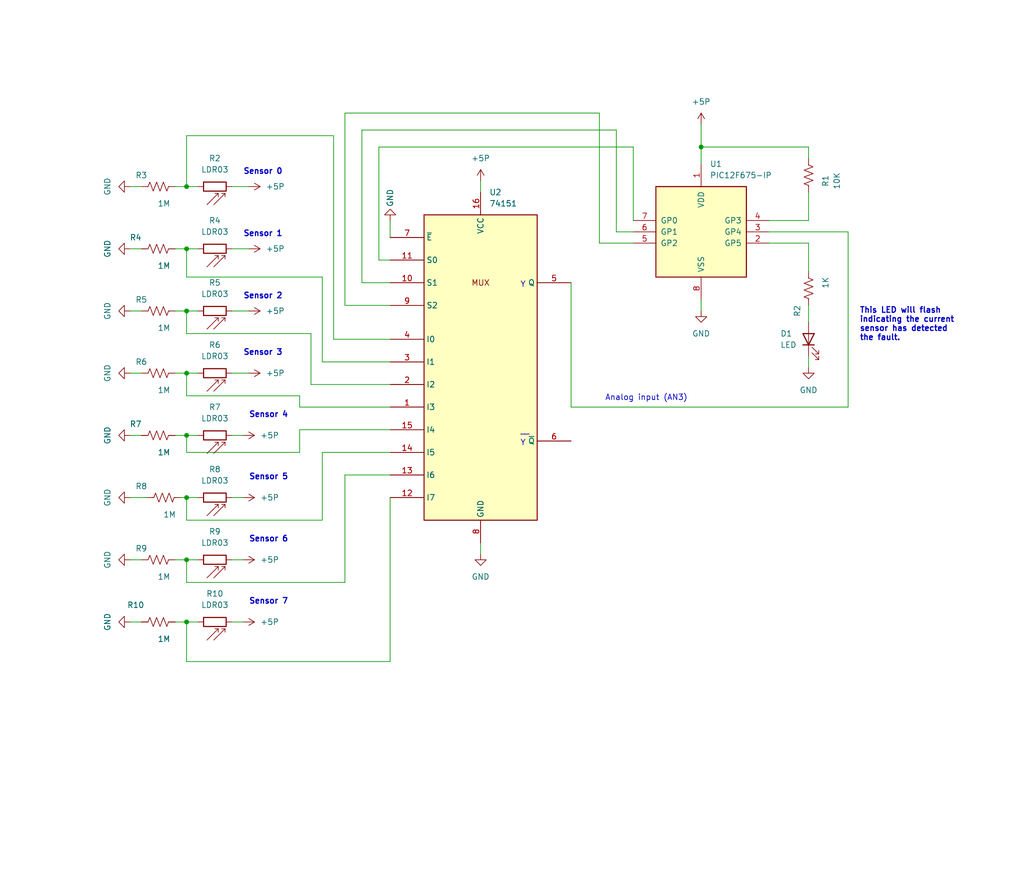
<source format=kicad_sch>
(kicad_sch (version 20230121) (generator eeschema)
  (paper "User" 229.997 199.009)
  (title_block (title "PIC12F675 and 74HC151 monitoring 8 sensors") (company "Ricardo Lima Caratti"))
  (lib_symbols
    (symbol "74xx_IEEE:74151"
      (property "Reference" "U" (at 10.16 35.56 0))
      (property "Value" "74151" (at 17.78 -40.64 0))
      (symbol "74151_0_0"
        (rectangle (start -12.7 33.02) (end 12.7 -35.56) (stroke (width 0.254)) (fill (type background)))
        (text "MUX" (at 0 17.78 0) (effects (font (size 1.27 1.27))))
        (pin power_in line (at 0 38.1 270) (length 5.08) (name "VCC") (number "16"))
        (pin power_in line (at 0 -40.64 90) (length 5.08) (name "GND") (number "8"))
      )
      (symbol "74151_1_1"
        (pin input line (at -20.32 -10.16 0) (length 7.62) (name "I3") (number "1"))
        (pin input line (at -20.32 17.78 0) (length 7.62) (name "S1") (number "10"))
        (pin input line (at -20.32 22.86 0) (length 7.62) (name "S0") (number "11"))
        (pin input line (at -20.32 -30.48 0) (length 7.62) (name "I7") (number "12"))
        (pin input line (at -20.32 -25.4 0) (length 7.62) (name "I6") (number "13"))
        (pin input line (at -20.32 -20.32 0) (length 7.62) (name "I5") (number "14"))
        (pin input line (at -20.32 -15.24 0) (length 7.62) (name "I4") (number "15"))
        (pin input line (at -20.32 -5.08 0) (length 7.62) (name "I2") (number "2"))
        (pin input line (at -20.32 0 0) (length 7.62) (name "I1") (number "3"))
        (pin input line (at -20.32 5.08 0) (length 7.62) (name "I0") (number "4"))
        (pin output line (at 20.32 17.78 180) (length 7.62) (name "Q") (number "5"))
        (pin output line (at 20.32 -17.78 180) (length 7.62) (name "~{Q}") (number "6"))
        (pin input line (at -20.32 27.94 0) (length 7.62) (name "~{E}") (number "7"))
        (pin input line (at -20.32 12.7 0) (length 7.62) (name "S2") (number "9"))
      )
    )
    (symbol "Device:LED" (pin_numbers hide) (pin_names (offset 1.016) hide)
      (property "Reference" "D" (at 0 2.54 0))
      (property "Value" "LED" (at 0 -2.54 0))
      (symbol "LED_0_1"
        (polyline (pts (xy -1.27 -1.27) (xy -1.27 1.27)) (stroke (width 0.254)))
        (polyline (pts (xy -1.27 0) (xy 1.27 0)))
        (polyline (pts (xy 1.27 -1.27) (xy 1.27 1.27) (xy -1.27 0) (xy 1.27 -1.27)) (stroke (width 0.254)))
        (polyline (pts (xy -3.048 -0.762) (xy -4.572 -2.286) (xy -3.81 -2.286) (xy -4.572 -2.286) (xy -4.572 -1.524)))
        (polyline (pts (xy -1.778 -0.762) (xy -3.302 -2.286) (xy -2.54 -2.286) (xy -3.302 -2.286) (xy -3.302 -1.524)))
      )
      (symbol "LED_1_1"
        (pin passive line (at -3.81 0 0) (length 2.54) (name "K") (number "1"))
        (pin passive line (at 3.81 0 180) (length 2.54) (name "A") (number "2"))
      )
    )
    (symbol "Device:R_US" (pin_numbers hide) (pin_names (offset 0))
      (property "Reference" "R" (at 2.54 0 90))
      (property "Value" "R_US" (at -2.54 0 90))
      (symbol "R_US_0_1"
        (polyline (pts (xy 0 -2.286) (xy 0 -2.54)))
        (polyline (pts (xy 0 2.286) (xy 0 2.54)))
        (polyline (pts (xy 0 -0.762) (xy 1.016 -1.143) (xy 0 -1.524) (xy -1.016 -1.905) (xy 0 -2.286)))
        (polyline (pts (xy 0 0.762) (xy 1.016 0.381) (xy 0 0) (xy -1.016 -0.381) (xy 0 -0.762)))
        (polyline (pts (xy 0 2.286) (xy 1.016 1.905) (xy 0 1.524) (xy -1.016 1.143) (xy 0 0.762)))
      )
      (symbol "R_US_1_1"
        (pin passive line (at 0 3.81 270) (length 1.27) (name "~") (number "1"))
        (pin passive line (at 0 -3.81 90) (length 1.27) (name "~") (number "2"))
      )
    )
    (symbol "MCU_Microchip_PIC12:PIC12F675-IP" (pin_names (offset 1.016))
      (property "Reference" "U" (at 1.27 13.97 0))
      (property "Value" "PIC12F675-IP" (at 1.27 11.43 0))
      (symbol "PIC12F675-IP_0_1"
        (rectangle (start 10.16 -10.16) (end -10.16 10.16) (stroke (width 0.254)) (fill (type background)))
      )
      (symbol "PIC12F675-IP_1_1"
        (pin power_in line (at 0 15.24 270) (length 5.08) (name "VDD") (number "1"))
        (pin bidirectional line (at 15.24 -2.54 180) (length 5.08) (name "GP5") (number "2"))
        (pin bidirectional line (at 15.24 0 180) (length 5.08) (name "GP4") (number "3"))
        (pin input line (at 15.24 2.54 180) (length 5.08) (name "GP3") (number "4"))
        (pin bidirectional line (at -15.24 -2.54 0) (length 5.08) (name "GP2") (number "5"))
        (pin bidirectional line (at -15.24 0 0) (length 5.08) (name "GP1") (number "6"))
        (pin bidirectional line (at -15.24 2.54 0) (length 5.08) (name "GP0") (number "7"))
        (pin power_in line (at 0 -15.24 90) (length 5.08) (name "VSS") (number "8"))
      )
    )
    (symbol "Sensor_Optical:LDR03" (pin_numbers hide) (pin_names (offset 0))
      (property "Reference" "R" (at -5.08 0 90))
      (property "Value" "LDR03" (at 1.905 0 90))
      (symbol "LDR03_0_1"
        (rectangle (start -1.016 2.54) (end 1.016 -2.54) (stroke (width 0.254)))
        (polyline (pts (xy -1.524 -2.286) (xy -4.064 0.254)))
        (polyline (pts (xy -1.524 -2.286) (xy -2.286 -2.286)))
        (polyline (pts (xy -1.524 -2.286) (xy -1.524 -1.524)))
        (polyline (pts (xy -1.524 -0.762) (xy -4.064 1.778)))
        (polyline (pts (xy -1.524 -0.762) (xy -2.286 -0.762)))
        (polyline (pts (xy -1.524 -0.762) (xy -1.524 0)))
      )
      (symbol "LDR03_1_1"
        (pin passive line (at 0 3.81 270) (length 1.27) (name "~") (number "1"))
        (pin passive line (at 0 -3.81 90) (length 1.27) (name "~") (number "2"))
      )
    )
    (symbol "power:+5P" (power) (pin_names (offset 0))
      (property "Value" "+5P" (at 0 3.556 0))
      (symbol "+5P_0_1"
        (polyline (pts (xy -0.762 1.27) (xy 0 2.54)))
        (polyline (pts (xy 0 0) (xy 0 2.54)))
        (polyline (pts (xy 0 2.54) (xy 0.762 1.27)))
      )
      (symbol "+5P_1_1"
        (pin power_in line (at 0 0 90) (length 0) hide (name "+5P") (number "1"))
      )
    )
    (symbol "power:GND" (power) (pin_names (offset 0))
      (property "Value" "GND" (at 0 -3.81 0))
      (symbol "GND_0_1"
        (polyline (pts (xy 0 0) (xy 0 -1.27) (xy 1.27 -1.27) (xy 0 -2.54) (xy -1.27 -1.27) (xy 0 -1.27)))
      )
      (symbol "GND_1_1"
        (pin power_in line (at 0 0 270) (length 0) hide (name "GND") (number "1"))
      )
    )
  )
  (junction (at 41.91 97.79))
  (junction (at 41.91 83.82))
  (junction (at 41.91 69.85))
  (junction (at 41.91 41.91))
  (junction (at 41.91 125.73))
  (junction (at 41.91 139.7))
  (junction (at 41.91 55.88))
  (junction (at 41.91 111.76))
  (junction (at 157.48 33.02))
  (wire (pts (xy 39.37 97.79) (xy 41.91 97.79)))
  (wire (pts (xy 69.85 86.36) (xy 69.85 74.93)))
  (wire (pts (xy 87.63 106.68) (xy 77.47 106.68)))
  (wire (pts (xy 41.91 139.7) (xy 44.45 139.7)))
  (wire (pts (xy 41.91 97.79) (xy 41.91 101.6)))
  (wire (pts (xy 87.63 86.36) (xy 69.85 86.36)))
  (wire (pts (xy 67.31 91.44) (xy 67.31 88.9)))
  (wire (pts (xy 74.93 76.2) (xy 74.93 30.48)))
  (wire (pts (xy 181.61 80.01) (xy 181.61 82.55)))
  (wire (pts (xy 39.37 125.73) (xy 41.91 125.73)))
  (wire (pts (xy 69.85 74.93) (xy 41.91 74.93)))
  (wire (pts (xy 41.91 125.73) (xy 44.45 125.73)))
  (wire (pts (xy 190.5 52.07) (xy 190.5 91.44)))
  (wire (pts (xy 41.91 62.23) (xy 41.91 55.88)))
  (wire (pts (xy 41.91 41.91) (xy 44.45 41.91)))
  (wire (pts (xy 87.63 49.53) (xy 87.63 53.34)))
  (wire (pts (xy 41.91 111.76) (xy 41.91 116.84)))
  (wire (pts (xy 72.39 116.84) (xy 41.91 116.84)))
  (wire (pts (xy 39.37 41.91) (xy 41.91 41.91)))
  (wire (pts (xy 29.21 41.91) (xy 31.75 41.91)))
  (wire (pts (xy 41.91 111.76) (xy 44.45 111.76)))
  (wire (pts (xy 67.31 101.6) (xy 41.91 101.6)))
  (wire (pts (xy 181.61 35.56) (xy 181.61 33.02)))
  (wire (pts (xy 172.72 49.53) (xy 181.61 49.53)))
  (wire (pts (xy 40.64 111.76) (xy 41.91 111.76)))
  (wire (pts (xy 52.07 139.7) (xy 54.61 139.7)))
  (wire (pts (xy 77.47 130.81) (xy 41.91 130.81)))
  (wire (pts (xy 181.61 68.58) (xy 181.61 72.39)))
  (wire (pts (xy 138.43 29.21) (xy 81.28 29.21)))
  (wire (pts (xy 29.21 55.88) (xy 31.75 55.88)))
  (wire (pts (xy 39.37 83.82) (xy 41.91 83.82)))
  (wire (pts (xy 41.91 83.82) (xy 44.45 83.82)))
  (wire (pts (xy 52.07 55.88) (xy 55.88 55.88)))
  (wire (pts (xy 39.37 69.85) (xy 41.91 69.85)))
  (wire (pts (xy 87.63 81.28) (xy 72.39 81.28)))
  (wire (pts (xy 52.07 111.76) (xy 54.61 111.76)))
  (wire (pts (xy 157.48 27.94) (xy 157.48 33.02)))
  (wire (pts (xy 87.63 63.5) (xy 81.28 63.5)))
  (wire (pts (xy 107.95 40.64) (xy 107.95 43.18)))
  (wire (pts (xy 41.91 74.93) (xy 41.91 69.85)))
  (wire (pts (xy 74.93 30.48) (xy 41.91 30.48)))
  (wire (pts (xy 29.21 69.85) (xy 31.75 69.85)))
  (wire (pts (xy 77.47 106.68) (xy 77.47 130.81)))
  (wire (pts (xy 41.91 69.85) (xy 44.45 69.85)))
  (wire (pts (xy 77.47 25.4) (xy 77.47 68.58)))
  (wire (pts (xy 134.62 54.61) (xy 134.62 25.4)))
  (wire (pts (xy 142.24 33.02) (xy 85.09 33.02)))
  (wire (pts (xy 39.37 139.7) (xy 41.91 139.7)))
  (wire (pts (xy 41.91 125.73) (xy 41.91 130.81)))
  (wire (pts (xy 138.43 52.07) (xy 138.43 29.21)))
  (wire (pts (xy 87.63 101.6) (xy 72.39 101.6)))
  (wire (pts (xy 87.63 76.2) (xy 74.93 76.2)))
  (wire (pts (xy 87.63 91.44) (xy 67.31 91.44)))
  (wire (pts (xy 41.91 30.48) (xy 41.91 41.91)))
  (wire (pts (xy 85.09 58.42) (xy 87.63 58.42)))
  (wire (pts (xy 142.24 49.53) (xy 142.24 33.02)))
  (wire (pts (xy 81.28 29.21) (xy 81.28 63.5)))
  (wire (pts (xy 107.95 121.92) (xy 107.95 124.46)))
  (wire (pts (xy 190.5 91.44) (xy 128.27 91.44)))
  (wire (pts (xy 128.27 63.5) (xy 128.27 91.44)))
  (wire (pts (xy 142.24 52.07) (xy 138.43 52.07)))
  (wire (pts (xy 41.91 55.88) (xy 44.45 55.88)))
  (wire (pts (xy 41.91 97.79) (xy 44.45 97.79)))
  (wire (pts (xy 157.48 67.31) (xy 157.48 69.85)))
  (wire (pts (xy 157.48 33.02) (xy 181.61 33.02)))
  (wire (pts (xy 29.21 139.7) (xy 31.75 139.7)))
  (wire (pts (xy 77.47 68.58) (xy 87.63 68.58)))
  (wire (pts (xy 52.07 41.91) (xy 55.88 41.91)))
  (wire (pts (xy 29.21 111.76) (xy 33.02 111.76)))
  (wire (pts (xy 72.39 101.6) (xy 72.39 116.84)))
  (wire (pts (xy 172.72 54.61) (xy 181.61 54.61)))
  (wire (pts (xy 52.07 69.85) (xy 55.88 69.85)))
  (wire (pts (xy 29.21 125.73) (xy 31.75 125.73)))
  (wire (pts (xy 72.39 62.23) (xy 41.91 62.23)))
  (wire (pts (xy 67.31 96.52) (xy 67.31 101.6)))
  (wire (pts (xy 52.07 83.82) (xy 55.88 83.82)))
  (wire (pts (xy 85.09 33.02) (xy 85.09 58.42)))
  (wire (pts (xy 157.48 33.02) (xy 157.48 36.83)))
  (wire (pts (xy 67.31 88.9) (xy 41.91 88.9)))
  (wire (pts (xy 41.91 88.9) (xy 41.91 83.82)))
  (wire (pts (xy 41.91 139.7) (xy 41.91 148.59)))
  (wire (pts (xy 172.72 52.07) (xy 190.5 52.07)))
  (wire (pts (xy 87.63 96.52) (xy 67.31 96.52)))
  (wire (pts (xy 87.63 148.59) (xy 41.91 148.59)))
  (wire (pts (xy 52.07 97.79) (xy 54.61 97.79)))
  (wire (pts (xy 134.62 25.4) (xy 77.47 25.4)))
  (wire (pts (xy 181.61 43.18) (xy 181.61 49.53)))
  (wire (pts (xy 142.24 54.61) (xy 134.62 54.61)))
  (wire (pts (xy 87.63 111.76) (xy 87.63 148.59)))
  (wire (pts (xy 52.07 125.73) (xy 54.61 125.73)))
  (wire (pts (xy 29.21 83.82) (xy 31.75 83.82)))
  (wire (pts (xy 29.21 97.79) (xy 31.75 97.79)))
  (wire (pts (xy 39.37 55.88) (xy 41.91 55.88)))
  (wire (pts (xy 181.61 54.61) (xy 181.61 60.96)))
  (wire (pts (xy 72.39 81.28) (xy 72.39 62.23)))
  (text "Sensor 3" (at 54.61 80.01 0) (effects (font (size 1.27 1.27) (thickness 0.254) bold) (justify left bottom)))
  (text "Sensor 7" (at 55.88 135.89 0) (effects (font (size 1.27 1.27) (thickness 0.254) bold) (justify left bottom)))
  (text "This LED will flash\nindicating the current\nsensor has detected \nthe fault.\n\n" (at 193.04 78.74 0) (effects (font (size 1.27 1.27) (thickness 0.254) bold) (justify left bottom)))
  (text "Sensor 6" (at 55.88 121.92 0) (effects (font (size 1.27 1.27) (thickness 0.254) bold) (justify left bottom)))
  (text "Sensor 5" (at 55.88 107.95 0) (effects (font (size 1.27 1.27) (thickness 0.254) bold) (justify left bottom)))
  (text "Sensor 2" (at 54.61 67.31 0) (effects (font (size 1.27 1.27) (thickness 0.254) bold) (justify left bottom)))
  (text "__" (at 116.84 97.79 0) (effects (font (size 1.27 1.27)) (justify left bottom)))
  (text "Sensor 1" (at 54.61 53.34 0) (effects (font (size 1.27 1.27) (thickness 0.254) bold) (justify left bottom)))
  (text "Y" (at 116.84 64.77 0) (effects (font (size 1.27 1.27)) (justify left bottom)))
  (text "Analog input (AN3)" (at 135.89 90.17 0) (effects (font (size 1.27 1.27)) (justify left bottom)))
  (text "Sensor 4" (at 55.88 93.98 0) (effects (font (size 1.27 1.27) (thickness 0.254) bold) (justify left bottom)))
  (text "Sensor 0" (at 54.61 39.37 0) (effects (font (size 1.27 1.27) (thickness 0.254) bold) (justify left bottom)))
  (text "Y" (at 116.84 100.33 0) (effects (font (size 1.27 1.27)) (justify left bottom)))
  (symbol (lib_id "power:GND") (at 87.63 49.53 180) (unit 1)
    (property "Reference" "#PWR016" (effects hide))
    (property "Value" "GND" (at 87.63 44.45 90))
  )
  (symbol (lib_id "power:+5P") (at 54.61 111.76 270) (unit 1)
    (property "Reference" "#PWR020" (effects hide))
    (property "Value" "+5P" (at 58.42 111.76 90) (effects (justify left)))
  )
  (symbol (lib_id "power:+5P") (at 55.88 83.82 270) (unit 1)
    (property "Reference" "#PWR018" (effects hide))
    (property "Value" "+5P" (at 59.69 83.82 90) (effects (justify left)))
  )
  (symbol (lib_id "power:GND") (at 107.95 124.46 0) (unit 1)
    (property "Reference" "#PWR02" (effects hide))
    (property "Value" "GND" (at 107.95 129.54 0))
  )
  (symbol (lib_id "Sensor_Optical:LDR03") (at 48.26 97.79 90) (unit 1)
    (property "Reference" "R7" (at 48.26 91.44 90))
    (property "Value" "LDR03" (at 48.26 93.98 90))
    (property "Footprint" "OptoDevice:R_LDR_10x8.5mm_P7.6mm_Vertical" (effects hide))
    (property "Datasheet" "http://www.elektronica-componenten.nl/WebRoot/StoreNL/Shops/61422969/54F1/BA0C/C664/31B9/2173/C0A8/2AB9/2AEF/LDR03IMP.pdf" (effects hide))
  )
  (symbol (lib_id "power:GND") (at 29.21 97.79 270) (unit 1)
    (property "Reference" "#PWR09" (effects hide))
    (property "Value" "GND" (at 24.13 97.79 0))
  )
  (symbol (lib_id "Sensor_Optical:LDR03") (at 48.26 83.82 90) (unit 1)
    (property "Reference" "R6" (at 48.26 77.47 90))
    (property "Value" "LDR03" (at 48.26 80.01 90))
    (property "Footprint" "OptoDevice:R_LDR_10x8.5mm_P7.6mm_Vertical" (effects hide))
    (property "Datasheet" "http://www.elektronica-componenten.nl/WebRoot/StoreNL/Shops/61422969/54F1/BA0C/C664/31B9/2173/C0A8/2AB9/2AEF/LDR03IMP.pdf" (effects hide))
  )
  (symbol (lib_id "power:GND") (at 29.21 69.85 270) (unit 1)
    (property "Reference" "#PWR07" (effects hide))
    (property "Value" "GND" (at 24.13 69.85 0))
  )
  (symbol (lib_id "power:GND") (at 181.61 82.55 0) (unit 1)
    (property "Reference" "#PWR013" (effects hide))
    (property "Value" "GND" (at 181.61 87.63 0))
  )
  (symbol (lib_id "Device:R_US") (at 181.61 39.37 180) (unit 1)
    (property "Reference" "R1" (at 185.42 40.64 90))
    (property "Value" "10K" (at 187.96 40.64 90))
  )
  (symbol (lib_id "Device:R_US") (at 35.56 139.7 270) (unit 1)
    (property "Reference" "R10" (at 30.48 135.89 90))
    (property "Value" "1M" (at 36.83 143.51 90))
  )
  (symbol (lib_id "Device:R_US") (at 35.56 55.88 270) (unit 1)
    (property "Reference" "R4" (at 30.48 53.34 90))
    (property "Value" "1M" (at 36.83 59.69 90))
  )
  (symbol (lib_id "power:GND") (at 29.21 55.88 270) (unit 1)
    (property "Reference" "#PWR06" (effects hide))
    (property "Value" "GND" (at 24.13 55.88 0))
  )
  (symbol (lib_id "power:+5P") (at 55.88 55.88 270) (unit 1)
    (property "Reference" "#PWR015" (effects hide))
    (property "Value" "+5P" (at 59.69 55.88 90) (effects (justify left)))
  )
  (symbol (lib_id "Device:R_US") (at 35.56 41.91 270) (unit 1)
    (property "Reference" "R3" (at 31.75 39.37 90))
    (property "Value" "1M" (at 36.83 45.72 90))
  )
  (symbol (lib_id "power:+5P") (at 157.48 27.94 0) (unit 1)
    (property "Reference" "#PWR01" (effects hide))
    (property "Value" "+5P" (at 157.48 22.86 0))
  )
  (symbol (lib_id "power:GND") (at 29.21 83.82 270) (unit 1)
    (property "Reference" "#PWR08" (effects hide))
    (property "Value" "GND" (at 24.13 83.82 0))
  )
  (symbol (lib_id "Device:R_US") (at 35.56 97.79 270) (unit 1)
    (property "Reference" "R7" (at 30.48 95.25 90))
    (property "Value" "1M" (at 36.83 101.6 90))
  )
  (symbol (lib_id "power:+5P") (at 107.95 40.64 0) (unit 1)
    (property "Reference" "#PWR04" (effects hide))
    (property "Value" "+5P" (at 107.95 35.56 0))
  )
  (symbol (lib_id "Device:R_US") (at 35.56 83.82 270) (unit 1)
    (property "Reference" "R6" (at 31.75 81.28 90))
    (property "Value" "1M" (at 36.83 87.63 90))
  )
  (symbol (lib_id "Sensor_Optical:LDR03") (at 48.26 55.88 90) (unit 1)
    (property "Reference" "R4" (at 48.26 49.53 90))
    (property "Value" "LDR03" (at 48.26 52.07 90))
    (property "Footprint" "OptoDevice:R_LDR_10x8.5mm_P7.6mm_Vertical" (effects hide))
    (property "Datasheet" "http://www.elektronica-componenten.nl/WebRoot/StoreNL/Shops/61422969/54F1/BA0C/C664/31B9/2173/C0A8/2AB9/2AEF/LDR03IMP.pdf" (effects hide))
  )
  (symbol (lib_id "74xx_IEEE:74151") (at 107.95 81.28 0) (unit 1)
    (property "Reference" "U2" (at 109.9059 43.18 0) (effects (justify left)))
    (property "Value" "74151" (at 109.9059 45.72 0) (effects (justify left)))
  )
  (symbol (lib_id "power:+5P") (at 55.88 41.91 270) (unit 1)
    (property "Reference" "#PWR014" (effects hide))
    (property "Value" "+5P" (at 59.69 41.91 90) (effects (justify left)))
  )
  (symbol (lib_id "MCU_Microchip_PIC12:PIC12F675-IP") (at 157.48 52.07 0) (unit 1)
    (property "Reference" "U1" (at 159.4359 36.83 0) (effects (justify left)))
    (property "Value" "PIC12F675-IP" (at 159.4359 39.37 0) (effects (justify left)))
    (property "Footprint" "Package_DIP:DIP-8_W7.62mm" (effects hide))
    (property "Datasheet" "http://ww1.microchip.com/downloads/en/DeviceDoc/41190G.pdf" (effects hide))
  )
  (symbol (lib_id "Device:R_US") (at 36.83 111.76 270) (unit 1)
    (property "Reference" "R8" (at 31.75 109.22 90))
    (property "Value" "1M" (at 38.1 115.57 90))
  )
  (symbol (lib_id "power:+5P") (at 54.61 97.79 270) (unit 1)
    (property "Reference" "#PWR019" (effects hide))
    (property "Value" "+5P" (at 58.42 97.79 90) (effects (justify left)))
  )
  (symbol (lib_id "Device:R_US") (at 35.56 125.73 270) (unit 1)
    (property "Reference" "R9" (at 31.75 123.19 90))
    (property "Value" "1M" (at 36.83 129.54 90))
  )
  (symbol (lib_id "Sensor_Optical:LDR03") (at 48.26 41.91 90) (unit 1)
    (property "Reference" "R2" (at 48.26 35.56 90))
    (property "Value" "LDR03" (at 48.26 38.1 90))
    (property "Footprint" "OptoDevice:R_LDR_10x8.5mm_P7.6mm_Vertical" (effects hide))
    (property "Datasheet" "http://www.elektronica-componenten.nl/WebRoot/StoreNL/Shops/61422969/54F1/BA0C/C664/31B9/2173/C0A8/2AB9/2AEF/LDR03IMP.pdf" (effects hide))
  )
  (symbol (lib_id "power:GND") (at 29.21 111.76 270) (unit 1)
    (property "Reference" "#PWR010" (effects hide))
    (property "Value" "GND" (at 24.13 111.76 0))
  )
  (symbol (lib_id "Sensor_Optical:LDR03") (at 48.26 111.76 90) (unit 1)
    (property "Reference" "R8" (at 48.26 105.41 90))
    (property "Value" "LDR03" (at 48.26 107.95 90))
    (property "Footprint" "OptoDevice:R_LDR_10x8.5mm_P7.6mm_Vertical" (effects hide))
    (property "Datasheet" "http://www.elektronica-componenten.nl/WebRoot/StoreNL/Shops/61422969/54F1/BA0C/C664/31B9/2173/C0A8/2AB9/2AEF/LDR03IMP.pdf" (effects hide))
  )
  (symbol (lib_id "power:+5P") (at 54.61 139.7 270) (unit 1)
    (property "Reference" "#PWR022" (effects hide))
    (property "Value" "+5P" (at 58.42 139.7 90) (effects (justify left)))
  )
  (symbol (lib_id "power:GND") (at 29.21 125.73 270) (unit 1)
    (property "Reference" "#PWR011" (effects hide))
    (property "Value" "GND" (at 24.13 125.73 0))
  )
  (symbol (lib_id "Sensor_Optical:LDR03") (at 48.26 125.73 90) (unit 1)
    (property "Reference" "R9" (at 48.26 119.38 90))
    (property "Value" "LDR03" (at 48.26 121.92 90))
    (property "Footprint" "OptoDevice:R_LDR_10x8.5mm_P7.6mm_Vertical" (effects hide))
    (property "Datasheet" "http://www.elektronica-componenten.nl/WebRoot/StoreNL/Shops/61422969/54F1/BA0C/C664/31B9/2173/C0A8/2AB9/2AEF/LDR03IMP.pdf" (effects hide))
  )
  (symbol (lib_id "power:+5P") (at 54.61 125.73 270) (unit 1)
    (property "Reference" "#PWR021" (effects hide))
    (property "Value" "+5P" (at 58.42 125.73 90) (effects (justify left)))
  )
  (symbol (lib_id "Sensor_Optical:LDR03") (at 48.26 69.85 90) (unit 1)
    (property "Reference" "R5" (at 48.26 63.5 90))
    (property "Value" "LDR03" (at 48.26 66.04 90))
    (property "Footprint" "OptoDevice:R_LDR_10x8.5mm_P7.6mm_Vertical" (effects hide))
    (property "Datasheet" "http://www.elektronica-componenten.nl/WebRoot/StoreNL/Shops/61422969/54F1/BA0C/C664/31B9/2173/C0A8/2AB9/2AEF/LDR03IMP.pdf" (effects hide))
  )
  (symbol (lib_id "power:GND") (at 29.21 139.7 270) (unit 1)
    (property "Reference" "#PWR012" (effects hide))
    (property "Value" "GND" (at 24.13 139.7 0))
  )
  (symbol (lib_id "Device:R_US") (at 35.56 69.85 270) (unit 1)
    (property "Reference" "R5" (at 31.75 67.31 90))
    (property "Value" "1M" (at 36.83 73.66 90))
  )
  (symbol (lib_id "Device:LED") (at 181.61 76.2 90) (unit 1)
    (property "Reference" "D1" (at 175.26 74.93 90) (effects (justify right)))
    (property "Value" "LED" (at 175.26 77.47 90) (effects (justify right)))
  )
  (symbol (lib_id "Device:R_US") (at 181.61 64.77 0) (unit 1)
    (property "Reference" "R2" (at 179.07 69.85 90))
    (property "Value" "1K" (at 185.42 63.5 90))
  )
  (symbol (lib_id "power:+5P") (at 55.88 69.85 270) (unit 1)
    (property "Reference" "#PWR017" (effects hide))
    (property "Value" "+5P" (at 59.69 69.85 90) (effects (justify left)))
  )
  (symbol (lib_id "Sensor_Optical:LDR03") (at 48.26 139.7 90) (unit 1)
    (property "Reference" "R10" (at 48.26 133.35 90))
    (property "Value" "LDR03" (at 48.26 135.89 90))
    (property "Footprint" "OptoDevice:R_LDR_10x8.5mm_P7.6mm_Vertical" (effects hide))
    (property "Datasheet" "http://www.elektronica-componenten.nl/WebRoot/StoreNL/Shops/61422969/54F1/BA0C/C664/31B9/2173/C0A8/2AB9/2AEF/LDR03IMP.pdf" (effects hide))
  )
  (symbol (lib_id "power:GND") (at 29.21 41.91 270) (unit 1)
    (property "Reference" "#PWR05" (effects hide))
    (property "Value" "GND" (at 24.13 41.91 0))
  )
  (symbol (lib_id "power:GND") (at 157.48 69.85 0) (unit 1)
    (property "Reference" "#PWR03" (effects hide))
    (property "Value" "GND" (at 157.48 74.93 0))
  )
)
</source>
